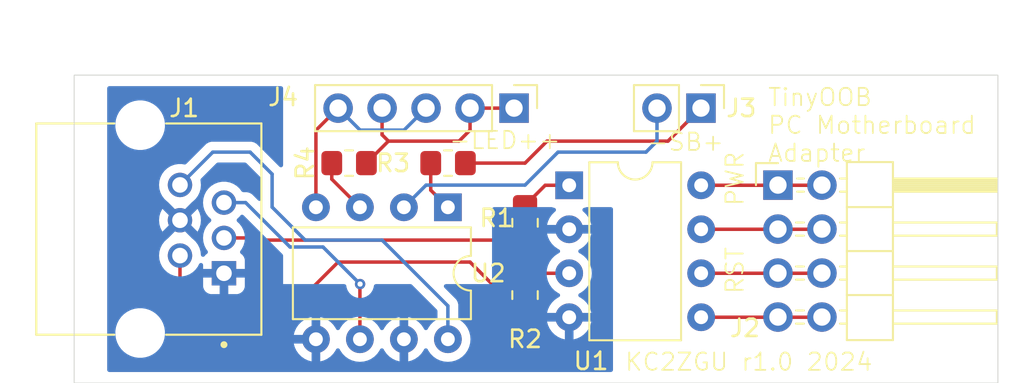
<source format=kicad_pcb>
(kicad_pcb (version 20240108) (generator "pcbnew") (generator_version "8.0")
  (layers (0 "F.Cu" signal) (31 "B.Cu" signal) (34 "B.Paste" user) (35 "F.Paste" user) (36 "B.SilkS" user "B.Silkscreen") (37 "F.SilkS" user "F.Silkscreen") (38 "B.Mask" user) (39 "F.Mask" user) (44 "Edge.Cuts" user))
  (net 0 "")
  (net 1 "Net-(J1-Pad2)")
  (net 2 "GND")
  (net 3 "Net-(J1-Pad5)")
  (net 4 "Net-(J1-Pad6)")
  (net 5 "Net-(J1-Pad3)")
  (net 6 "Net-(R1-Pad2)")
  (net 7 "Net-(R2-Pad2)")
  (net 8 "Net-(R3-Pad1)")
  (net 9 "Net-(R4-Pad1)")
  (net 10 "/RSW")
  (net 11 "/PSW")
  (net 12 "/RSWG")
  (net 13 "/PSWG")
  (net 14 "Net-(J4-Pin_1)")
  (net 15 "Net-(J4-Pin_3)")
  (net 16 "Net-(J3-Pin_2)")
  (net 17 "Net-(J3-Pin_1)")
  (footprint "Package_DIP:DIP-8_W7.62mm" (layer "F.Cu") (at 139.075 124.47)
    (property "Reference" "U1" (at 1.26 10.15 0) (layer "F.SilkS"))
    (property "Value" "PC827")
    (fp_line (start 1.16 -1.33) (end 1.16 8.95) (stroke (width 0.12)) (layer "F.SilkS"))
    (fp_line (start 1.16 8.95) (end 6.46 8.95) (stroke (width 0.12)) (layer "F.SilkS"))
    (fp_line (start 2.81 -1.33) (end 1.16 -1.33) (stroke (width 0.12)) (layer "F.SilkS"))
    (fp_line (start 6.46 -1.33) (end 4.81 -1.33) (stroke (width 0.12)) (layer "F.SilkS"))
    (fp_line (start 6.46 8.95) (end 6.46 -1.33) (stroke (width 0.12)) (layer "F.SilkS"))
    (fp_arc (start 4.81 -1.33) (mid 3.81 -0.33) (end 2.81 -1.33) (stroke (width 0.12)) (layer "F.SilkS"))
    (pad "1" thru_hole rect (at 0 0) (size 1.6 1.6) (drill 0.8) (layers "*.Cu" "*.Mask") (net 6 "Net-(R1-Pad2)"))
    (pad "2" thru_hole oval (at 0 2.54) (size 1.6 1.6) (drill 0.8) (layers "*.Cu" "*.Mask") (net 2 "GND"))
    (pad "3" thru_hole oval (at 0 5.08) (size 1.6 1.6) (drill 0.8) (layers "*.Cu" "*.Mask") (net 7 "Net-(R2-Pad2)"))
    (pad "4" thru_hole oval (at 0 7.62) (size 1.6 1.6) (drill 0.8) (layers "*.Cu" "*.Mask") (net 2 "GND"))
    (pad "5" thru_hole oval (at 7.62 7.62) (size 1.6 1.6) (drill 0.8) (layers "*.Cu" "*.Mask") (net 12 "/RSWG"))
    (pad "6" thru_hole oval (at 7.62 5.08) (size 1.6 1.6) (drill 0.8) (layers "*.Cu" "*.Mask") (net 10 "/RSW"))
    (pad "7" thru_hole oval (at 7.62 2.54) (size 1.6 1.6) (drill 0.8) (layers "*.Cu" "*.Mask") (net 13 "/PSWG"))
    (pad "8" thru_hole oval (at 7.62 0) (size 1.6 1.6) (drill 0.8) (layers "*.Cu" "*.Mask") (net 11 "/PSW"))
  )
  (footprint "Connector_PinHeader_2.54mm:PinHeader_1x02_P2.54mm_Vertical" (layer "F.Cu") (at 146.685 120.015 -90)
    (property "Reference" "J3" (at 0 -2.33 180) (layer "F.SilkS"))
    (property "Value" "Conn_01x02_Pin")
    (fp_line (start -1.33 3.87) (end 1.33 3.87) (stroke (width 0.12)) (layer "F.SilkS"))
    (fp_line (start -1.33 1.27) (end -1.33 3.87) (stroke (width 0.12)) (layer "F.SilkS"))
    (fp_line (start -1.33 1.27) (end 1.33 1.27) (stroke (width 0.12)) (layer "F.SilkS"))
    (fp_line (start 1.33 1.27) (end 1.33 3.87) (stroke (width 0.12)) (layer "F.SilkS"))
    (fp_line (start -1.33 0) (end -1.33 -1.33) (stroke (width 0.12)) (layer "F.SilkS"))
    (fp_line (start -1.33 -1.33) (end 0 -1.33) (stroke (width 0.12)) (layer "F.SilkS"))
    (pad "1" thru_hole rect (at 0 0 270) (size 1.7 1.7) (drill 1) (layers "*.Cu" "*.Mask") (net 17 "Net-(J3-Pin_1)"))
    (pad "2" thru_hole oval (at 0 2.54 270) (size 1.7 1.7) (drill 1) (layers "*.Cu" "*.Mask") (net 16 "Net-(J3-Pin_2)"))
  )
  (footprint "footprints:CUI_CRJ030-G-TH" (layer "F.Cu") (at 114.3 127 -90)
    (property "Reference" "J1" (at -6.985 -2.54 180) (layer "F.SilkS"))
    (property "Value" "6P6C")
    (fp_line (start -6.1 6) (end -6.1 1.5) (stroke (width 0.127)) (layer "F.SilkS"))
    (fp_line (start 6.1 6) (end -6.1 6) (stroke (width 0.127)) (layer "F.SilkS"))
    (fp_line (start 6.1 6) (end 6.1 1.5) (stroke (width 0.127)) (layer "F.SilkS"))
    (fp_line (start -6.1 -1.5) (end -6.1 -7) (stroke (width 0.127)) (layer "F.SilkS"))
    (fp_line (start 6.1 -1.5) (end 6.1 -7) (stroke (width 0.127)) (layer "F.SilkS"))
    (fp_line (start -6.1 -7) (end 6.1 -7) (stroke (width 0.127)) (layer "F.SilkS"))
    (fp_circle (center 6.675 -4.84) (end 6.775 -4.84) (stroke (width 0.2)) (fill none) (layer "F.SilkS"))
    (pad "" np_thru_hole circle (at -6 0 270) (size 2.36 2.36) (drill 2.36) (layers "*.Cu" "*.Mask"))
    (pad "" np_thru_hole circle (at 6 0 270) (size 2.36 2.36) (drill 2.36) (layers "*.Cu" "*.Mask"))
    (pad "1" thru_hole rect (at 2.55 -4.84 270) (size 1.408 1.408) (drill 0.9) (layers "*.Cu" "*.Mask") (net 2 "GND"))
    (pad "2" thru_hole circle (at 1.53 -2.3 270) (size 1.408 1.408) (drill 0.9) (layers "*.Cu" "*.Mask") (net 1 "Net-(J1-Pad2)"))
    (pad "3" thru_hole circle (at 0.51 -4.84 270) (size 1.408 1.408) (drill 0.9) (layers "*.Cu" "*.Mask") (net 5 "Net-(J1-Pad3)"))
    (pad "4" thru_hole circle (at -0.51 -2.3 270) (size 1.408 1.408) (drill 0.9) (layers "*.Cu" "*.Mask") (net 2 "GND"))
    (pad "5" thru_hole circle (at -1.53 -4.84 270) (size 1.408 1.408) (drill 0.9) (layers "*.Cu" "*.Mask") (net 3 "Net-(J1-Pad5)"))
    (pad "6" thru_hole circle (at -2.55 -2.3 270) (size 1.408 1.408) (drill 0.9) (layers "*.Cu" "*.Mask") (net 4 "Net-(J1-Pad6)"))
  )
  (footprint "Connector_PinHeader_2.54mm:PinHeader_1x05_P2.54mm_Vertical" (layer "F.Cu") (at 135.89 120.015 -90)
    (property "Reference" "J4" (at -0.635 13.335 180) (layer "F.SilkS"))
    (property "Value" "Conn_01x05_Pin")
    (fp_line (start -1.33 11.49) (end 1.33 11.49) (stroke (width 0.12)) (layer "F.SilkS"))
    (fp_line (start -1.33 1.27) (end -1.33 11.49) (stroke (width 0.12)) (layer "F.SilkS"))
    (fp_line (start -1.33 1.27) (end 1.33 1.27) (stroke (width 0.12)) (layer "F.SilkS"))
    (fp_line (start 1.33 1.27) (end 1.33 11.49) (stroke (width 0.12)) (layer "F.SilkS"))
    (fp_line (start -1.33 0) (end -1.33 -1.33) (stroke (width 0.12)) (layer "F.SilkS"))
    (fp_line (start -1.33 -1.33) (end 0 -1.33) (stroke (width 0.12)) (layer "F.SilkS"))
    (pad "1" thru_hole rect (at 0 0 270) (size 1.7 1.7) (drill 1) (layers "*.Cu" "*.Mask") (net 14 "Net-(J4-Pin_1)"))
    (pad "2" thru_hole oval (at 0 2.54 270) (size 1.7 1.7) (drill 1) (layers "*.Cu" "*.Mask") (net 14 "Net-(J4-Pin_1)"))
    (pad "3" thru_hole oval (at 0 5.08 270) (size 1.7 1.7) (drill 1) (layers "*.Cu" "*.Mask") (net 15 "Net-(J4-Pin_3)"))
    (pad "4" thru_hole oval (at 0 7.62 270) (size 1.7 1.7) (drill 1) (layers "*.Cu" "*.Mask") (net 14 "Net-(J4-Pin_1)"))
    (pad "5" thru_hole oval (at 0 10.16 270) (size 1.7 1.7) (drill 1) (layers "*.Cu" "*.Mask") (net 15 "Net-(J4-Pin_3)"))
  )
  (footprint "Package_DIP:DIP-8_W7.62mm" (layer "F.Cu") (at 132.07 125.74 -90)
    (property "Reference" "U2" (at 3.81 -2.33 180) (layer "F.SilkS"))
    (property "Value" "PC827")
    (fp_line (start 1.16 8.95) (end 6.46 8.95) (stroke (width 0.12)) (layer "F.SilkS"))
    (fp_line (start 6.46 8.95) (end 6.46 -1.33) (stroke (width 0.12)) (layer "F.SilkS"))
    (fp_line (start 1.16 -1.33) (end 1.16 8.95) (stroke (width 0.12)) (layer "F.SilkS"))
    (fp_line (start 2.81 -1.33) (end 1.16 -1.33) (stroke (width 0.12)) (layer "F.SilkS"))
    (fp_line (start 6.46 -1.33) (end 4.81 -1.33) (stroke (width 0.12)) (layer "F.SilkS"))
    (fp_arc (start 4.81 -1.33) (mid 3.81 -0.33) (end 2.81 -1.33) (stroke (width 0.12)) (layer "F.SilkS"))
    (pad "1" thru_hole rect (at 0 0 270) (size 1.6 1.6) (drill 0.8) (layers "*.Cu" "*.Mask") (net 8 "Net-(R3-Pad1)"))
    (pad "2" thru_hole oval (at 0 2.54 270) (size 1.6 1.6) (drill 0.8) (layers "*.Cu" "*.Mask") (net 16 "Net-(J3-Pin_2)"))
    (pad "3" thru_hole oval (at 0 5.08 270) (size 1.6 1.6) (drill 0.8) (layers "*.Cu" "*.Mask") (net 9 "Net-(R4-Pad1)"))
    (pad "4" thru_hole oval (at 0 7.62 270) (size 1.6 1.6) (drill 0.8) (layers "*.Cu" "*.Mask") (net 15 "Net-(J4-Pin_3)"))
    (pad "5" thru_hole oval (at 7.62 7.62 270) (size 1.6 1.6) (drill 0.8) (layers "*.Cu" "*.Mask") (net 2 "GND"))
    (pad "6" thru_hole oval (at 7.62 5.08 270) (size 1.6 1.6) (drill 0.8) (layers "*.Cu" "*.Mask") (net 3 "Net-(J1-Pad5)"))
    (pad "7" thru_hole oval (at 7.62 2.54 270) (size 1.6 1.6) (drill 0.8) (layers "*.Cu" "*.Mask") (net 2 "GND"))
    (pad "8" thru_hole oval (at 7.62 0 270) (size 1.6 1.6) (drill 0.8) (layers "*.Cu" "*.Mask") (net 4 "Net-(J1-Pad6)"))
  )
  (footprint "Resistor_SMD:R_0805_2012Metric_Pad1.20x1.40mm_HandSolder" (layer "F.Cu") (at 126.365 123.19)
    (property "Reference" "R4" (at -2.54 0 90) (layer "F.SilkS"))
    (property "Value" "R_US")
    (fp_line (start -0.227064 -0.735) (end 0.227064 -0.735) (stroke (width 0.12)) (layer "F.SilkS"))
    (fp_line (start -0.227064 0.735) (end 0.227064 0.735) (stroke (width 0.12)) (layer "F.SilkS"))
    (pad "1" smd roundrect (at -1 0) (size 1.2 1.4) (layers "F.Cu" "F.Paste" "F.Mask") (roundrect_rratio 0.208333) (net 9 "Net-(R4-Pad1)"))
    (pad "2" smd roundrect (at 1 0) (size 1.2 1.4) (layers "F.Cu" "F.Paste" "F.Mask") (roundrect_rratio 0.208333) (net 14 "Net-(J4-Pin_1)"))
  )
  (footprint "Connector_PinHeader_2.54mm:PinHeader_2x04_P2.54mm_Horizontal" (layer "F.Cu") (at 151.13 124.46)
    (property "Reference" "J2" (at -1.905 8.255 0) (layer "F.SilkS"))
    (property "Value" "Conn_02x04_Odd_Even")
    (fp_line (start -1.27 -1.27) (end 0 -1.27) (stroke (width 0.12)) (layer "F.SilkS"))
    (fp_line (start -1.27 0) (end -1.27 -1.27) (stroke (width 0.12)) (layer "F.SilkS"))
    (fp_line (start 1.042929 2.16) (end 1.497071 2.16) (stroke (width 0.12)) (layer "F.SilkS"))
    (fp_line (start 1.042929 2.92) (end 1.497071 2.92) (stroke (width 0.12)) (layer "F.SilkS"))
    (fp_line (start 1.042929 4.7) (end 1.497071 4.7) (stroke (width 0.12)) (layer "F.SilkS"))
    (fp_line (start 1.042929 5.46) (end 1.497071 5.46) (stroke (width 0.12)) (layer "F.SilkS"))
    (fp_line (start 1.042929 7.24) (end 1.497071 7.24) (stroke (width 0.12)) (layer "F.SilkS"))
    (fp_line (start 1.042929 8) (end 1.497071 8) (stroke (width 0.12)) (layer "F.SilkS"))
    (fp_line (start 1.11 -0.38) (end 1.497071 -0.38) (stroke (width 0.12)) (layer "F.SilkS"))
    (fp_line (start 1.11 0.38) (end 1.497071 0.38) (stroke (width 0.12)) (layer "F.SilkS"))
    (fp_line (start 3.582929 -0.38) (end 3.98 -0.38) (stroke (width 0.12)) (layer "F.SilkS"))
    (fp_line (start 3.582929 0.38) (end 3.98 0.38) (stroke (width 0.12)) (layer "F.SilkS"))
    (fp_line (start 3.582929 2.16) (end 3.98 2.16) (stroke (width 0.12)) (layer "F.SilkS"))
    (fp_line (start 3.582929 2.92) (end 3.98 2.92) (stroke (width 0.12)) (layer "F.SilkS"))
    (fp_line (start 3.582929 4.7) (end 3.98 4.7) (stroke (width 0.12)) (layer "F.SilkS"))
    (fp_line (start 3.582929 5.46) (end 3.98 5.46) (stroke (width 0.12)) (layer "F.SilkS"))
    (fp_line (start 3.582929 7.24) (end 3.98 7.24) (stroke (width 0.12)) (layer "F.SilkS"))
    (fp_line (start 3.582929 8) (end 3.98 8) (stroke (width 0.12)) (layer "F.SilkS"))
    (fp_line (start 3.98 -1.33) (end 3.98 8.95) (stroke (width 0.12)) (layer "F.SilkS"))
    (fp_line (start 3.98 1.27) (end 6.64 1.27) (stroke (width 0.12)) (layer "F.SilkS"))
    (fp_line (start 3.98 3.81) (end 6.64 3.81) (stroke (width 0.12)) (layer "F.SilkS"))
    (fp_line (start 3.98 6.35) (end 6.64 6.35) (stroke (width 0.12)) (layer "F.SilkS"))
    (fp_line (start 3.98 8.95) (end 6.64 8.95) (stroke (width 0.12)) (layer "F.SilkS"))
    (fp_line (start 6.64 -1.33) (end 3.98 -1.33) (stroke (width 0.12)) (layer "F.SilkS"))
    (fp_line (start 6.64 -0.38) (end 12.64 -0.38) (stroke (width 0.12)) (layer "F.SilkS"))
    (fp_line (start 6.64 -0.32) (end 12.64 -0.32) (stroke (width 0.12)) (layer "F.SilkS"))
    (fp_line (start 6.64 -0.2) (end 12.64 -0.2) (stroke (width 0.12)) (layer "F.SilkS"))
    (fp_line (start 6.64 -0.08) (end 12.64 -0.08) (stroke (width 0.12)) (layer "F.SilkS"))
    (fp_line (start 6.64 0.04) (end 12.64 0.04) (stroke (width 0.12)) (layer "F.SilkS"))
    (fp_line (start 6.64 0.16) (end 12.64 0.16) (stroke (width 0.12)) (layer "F.SilkS"))
    (fp_line (start 6.64 0.28) (end 12.64 0.28) (stroke (width 0.12)) (layer "F.SilkS"))
    (fp_line (start 6.64 2.16) (end 12.64 2.16) (stroke (width 0.12)) (layer "F.SilkS"))
    (fp_line (start 6.64 4.7) (end 12.64 4.7) (stroke (width 0.12)) (layer "F.SilkS"))
    (fp_line (start 6.64 7.24) (end 12.64 7.24) (stroke (width 0.12)) (layer "F.SilkS"))
    (fp_line (start 6.64 8.95) (end 6.64 -1.33) (stroke (width 0.12)) (layer "F.SilkS"))
    (fp_line (start 12.64 -0.38) (end 12.64 0.38) (stroke (width 0.12)) (layer "F.SilkS"))
    (fp_line (start 12.64 0.38) (end 6.64 0.38) (stroke (width 0.12)) (layer "F.SilkS"))
    (fp_line (start 12.64 2.16) (end 12.64 2.92) (stroke (width 0.12)) (layer "F.SilkS"))
    (fp_line (start 12.64 2.92) (end 6.64 2.92) (stroke (width 0.12)) (layer "F.SilkS"))
    (fp_line (start 12.64 4.7) (end 12.64 5.46) (stroke (width 0.12)) (layer "F.SilkS"))
    (fp_line (start 12.64 5.46) (end 6.64 5.46) (stroke (width 0.12)) (layer "F.SilkS"))
    (fp_line (start 12.64 7.24) (end 12.64 8) (stroke (width 0.12)) (layer "F.SilkS"))
    (fp_line (start 12.64 8) (end 6.64 8) (stroke (width 0.12)) (layer "F.SilkS"))
    (pad "1" thru_hole rect (at 0 0) (size 1.7 1.7) (drill 1) (layers "*.Cu" "*.Mask") (net 11 "/PSW"))
    (pad "2" thru_hole oval (at 2.54 0) (size 1.7 1.7) (drill 1) (layers "*.Cu" "*.Mask") (net 11 "/PSW"))
    (pad "3" thru_hole oval (at 0 2.54) (size 1.7 1.7) (drill 1) (layers "*.Cu" "*.Mask") (net 13 "/PSWG"))
    (pad "4" thru_hole oval (at 2.54 2.54) (size 1.7 1.7) (drill 1) (layers "*.Cu" "*.Mask") (net 13 "/PSWG"))
    (pad "5" thru_hole oval (at 0 5.08) (size 1.7 1.7) (drill 1) (layers "*.Cu" "*.Mask") (net 10 "/RSW"))
    (pad "6" thru_hole oval (at 2.54 5.08) (size 1.7 1.7) (drill 1) (layers "*.Cu" "*.Mask") (net 10 "/RSW"))
    (pad "7" thru_hole oval (at 0 7.62) (size 1.7 1.7) (drill 1) (layers "*.Cu" "*.Mask") (net 12 "/RSWG"))
    (pad "8" thru_hole oval (at 2.54 7.62) (size 1.7 1.7) (drill 1) (layers "*.Cu" "*.Mask") (net 12 "/RSWG"))
  )
  (footprint "Resistor_SMD:R_0805_2012Metric_Pad1.20x1.40mm_HandSolder" (layer "F.Cu") (at 136.525 130.81 90)
    (property "Reference" "R2" (at -2.54 0 0) (layer "F.SilkS"))
    (property "Value" "R_US")
    (fp_line (start -0.227064 -0.735) (end 0.227064 -0.735) (stroke (width 0.12)) (layer "F.SilkS"))
    (fp_line (start -0.227064 0.735) (end 0.227064 0.735) (stroke (width 0.12)) (layer "F.SilkS"))
    (pad "1" smd roundrect (at -1 0 90) (size 1.2 1.4) (layers "F.Cu" "F.Paste" "F.Mask") (roundrect_rratio 0.208333) (net 1 "Net-(J1-Pad2)"))
    (pad "2" smd roundrect (at 1 0 90) (size 1.2 1.4) (layers "F.Cu" "F.Paste" "F.Mask") (roundrect_rratio 0.208333) (net 7 "Net-(R2-Pad2)"))
  )
  (footprint "Resistor_SMD:R_0805_2012Metric_Pad1.20x1.40mm_HandSolder" (layer "F.Cu") (at 136.525 126.635 90)
    (property "Reference" "R1" (at 0.27 -1.65 0) (layer "F.SilkS"))
    (property "Value" "R_US")
    (fp_line (start -0.227064 -0.735) (end 0.227064 -0.735) (stroke (width 0.12)) (layer "F.SilkS"))
    (fp_line (start -0.227064 0.735) (end 0.227064 0.735) (stroke (width 0.12)) (layer "F.SilkS"))
    (pad "1" smd roundrect (at -1 0 90) (size 1.2 1.4) (layers "F.Cu" "F.Paste" "F.Mask") (roundrect_rratio 0.208333) (net 5 "Net-(J1-Pad3)"))
    (pad "2" smd roundrect (at 1 0 90) (size 1.2 1.4) (layers "F.Cu" "F.Paste" "F.Mask") (roundrect_rratio 0.208333) (net 6 "Net-(R1-Pad2)"))
  )
  (footprint "Resistor_SMD:R_0805_2012Metric_Pad1.20x1.40mm_HandSolder" (layer "F.Cu") (at 132.08 123.19)
    (property "Reference" "R3" (at -3.175 0 0) (layer "F.SilkS"))
    (property "Value" "R_US")
    (fp_line (start -0.227064 -0.735) (end 0.227064 -0.735) (stroke (width 0.12)) (layer "F.SilkS"))
    (fp_line (start -0.227064 0.735) (end 0.227064 0.735) (stroke (width 0.12)) (layer "F.SilkS"))
    (pad "1" smd roundrect (at -1 0) (size 1.2 1.4) (layers "F.Cu" "F.Paste" "F.Mask") (roundrect_rratio 0.208333) (net 8 "Net-(R3-Pad1)"))
    (pad "2" smd roundrect (at 1 0) (size 1.2 1.4) (layers "F.Cu" "F.Paste" "F.Mask") (roundrect_rratio 0.208333) (net 17 "Net-(J3-Pin_1)"))
  )
  (gr_rect (start 110.49 118.11) (end 163.83 135.89) (stroke (width 0.05)) (fill none) (layer "Edge.Cuts"))
  (gr_text "-LED++" (at 132.08 122.455 0) (layer "F.SilkS") (effects (font (size 1 1) (thickness 0.1)) (justify left bottom)))
  (gr_text "KC2ZGU r1.0 2024" (at 142.24 135.255 0) (layer "F.SilkS") (effects (font (size 1 1) (thickness 0.1)) (justify left bottom)))
  (gr_text "PWR" (at 149.225 125.73 90) (layer "F.SilkS") (effects (font (size 1 1) (thickness 0.1)) (justify left bottom)))
  (gr_text "TinyOOB\nPC Motherboard\nAdapter" (at 150.495 123.19 0) (layer "F.SilkS") (effects (font (size 1 1) (thickness 0.1)) (justify left bottom)))
  (gr_text "RST" (at 149.225 130.81 90) (layer "F.SilkS") (effects (font (size 1 1) (thickness 0.1)) (justify left bottom)))
  (gr_text "-SB+" (at 143.51 122.555 0) (layer "F.SilkS") (effects (font (size 1 1) (thickness 0.1)) (justify left bottom)))
  (segment (start 123.19 131.445) (end 125.73 128.905) (width 0.2) (layer "F.Cu") (net 1))
  (segment (start 116.6 128.53) (end 116.6 129.935) (width 0.2) (layer "F.Cu") (net 1))
  (segment (start 135.525 130.81) (end 136.525 131.81) (width 0.2) (layer "F.Cu") (net 1))
  (segment (start 125.73 128.905) (end 133.35 128.905) (width 0.2) (layer "F.Cu") (net 1))
  (segment (start 118.11 131.445) (end 123.19 131.445) (width 0.2) (layer "F.Cu") (net 1))
  (segment (start 116.6 129.935) (end 118.11 131.445) (width 0.2) (layer "F.Cu") (net 1))
  (segment (start 133.35 128.905) (end 135.255 130.81) (width 0.2) (layer "F.Cu") (net 1))
  (segment (start 135.255 130.81) (end 135.525 130.81) (width 0.2) (layer "F.Cu") (net 1))
  (segment (start 126.99 130.185) (end 127 130.175) (width 0.2) (layer "F.Cu") (net 3))
  (segment (start 126.99 133.36) (end 126.99 130.185) (width 0.2) (layer "F.Cu") (net 3))
  (via (at 127 130.175) (size 0.6) (drill 0.3) (layers "F.Cu" "B.Cu") (net 3))
  (segment (start 127 130.175) (end 124.86 128.035) (width 0.2) (layer "B.Cu") (net 3))
  (segment (start 122.955 128.035) (end 120.39 125.47) (width 0.2) (layer "B.Cu") (net 3))
  (segment (start 120.39 125.47) (end 119.14 125.47) (width 0.2) (layer "B.Cu") (net 3))
  (segment (start 124.86 128.035) (end 122.955 128.035) (width 0.2) (layer "B.Cu") (net 3))
  (segment (start 120.65 122.555) (end 118.495 122.555) (width 0.2) (layer "B.Cu") (net 4))
  (segment (start 118.495 122.555) (end 116.6 124.45) (width 0.2) (layer "B.Cu") (net 4))
  (segment (start 132.07 133.36) (end 132.07 131.435) (width 0.2) (layer "B.Cu") (net 4))
  (segment (start 128.27 127.635) (end 123.825 127.635) (width 0.2) (layer "B.Cu") (net 4))
  (segment (start 121.92 125.73) (end 121.92 123.825) (width 0.2) (layer "B.Cu") (net 4))
  (segment (start 132.07 131.435) (end 128.27 127.635) (width 0.2) (layer "B.Cu") (net 4))
  (segment (start 123.825 127.635) (end 121.92 125.73) (width 0.2) (layer "B.Cu") (net 4))
  (segment (start 121.92 123.825) (end 120.65 122.555) (width 0.2) (layer "B.Cu") (net 4))
  (segment (start 121.16 127.51) (end 119.14 127.51) (width 0.2) (layer "F.Cu") (net 5))
  (segment (start 121.285 127.635) (end 121.16 127.51) (width 0.2) (layer "F.Cu") (net 5))
  (segment (start 136.525 127.635) (end 121.285 127.635) (width 0.2) (layer "F.Cu") (net 5))
  (segment (start 139.075 124.47) (end 137.69 124.47) (width 0.2) (layer "F.Cu") (net 6))
  (segment (start 137.69 124.47) (end 136.525 125.635) (width 0.2) (layer "F.Cu") (net 6))
  (segment (start 136.785 129.55) (end 136.525 129.81) (width 0.2) (layer "F.Cu") (net 7))
  (segment (start 139.075 129.55) (end 136.785 129.55) (width 0.2) (layer "F.Cu") (net 7))
  (segment (start 131.08 124.75) (end 132.07 125.74) (width 0.2) (layer "F.Cu") (net 8))
  (segment (start 131.08 123.19) (end 131.08 124.75) (width 0.2) (layer "F.Cu") (net 8))
  (segment (start 132.445 125.365) (end 132.07 125.74) (width 0.2) (layer "F.Cu") (net 8))
  (segment (start 125.365 124.115) (end 126.99 125.74) (width 0.2) (layer "F.Cu") (net 9))
  (segment (start 125.365 123.19) (end 125.365 124.115) (width 0.2) (layer "F.Cu") (net 9))
  (segment (start 146.695 129.55) (end 153.66 129.55) (width 0.2) (layer "F.Cu") (net 10))
  (segment (start 153.66 129.55) (end 153.67 129.54) (width 0.2) (layer "F.Cu") (net 10))
  (segment (start 153.66 124.47) (end 153.67 124.46) (width 0.2) (layer "F.Cu") (net 11))
  (segment (start 146.695 124.47) (end 153.66 124.47) (width 0.2) (layer "F.Cu") (net 11))
  (segment (start 153.66 132.09) (end 153.67 132.08) (width 0.2) (layer "F.Cu") (net 12))
  (segment (start 146.695 132.09) (end 153.66 132.09) (width 0.2) (layer "F.Cu") (net 12))
  (segment (start 153.66 127.01) (end 153.67 127) (width 0.2) (layer "F.Cu") (net 13))
  (segment (start 146.695 127.01) (end 153.66 127.01) (width 0.2) (layer "F.Cu") (net 13))
  (segment (start 132.715 121.92) (end 128.635 121.92) (width 0.2) (layer "F.Cu") (net 14))
  (segment (start 133.35 121.285) (end 132.715 121.92) (width 0.2) (layer "F.Cu") (net 14))
  (segment (start 128.635 121.92) (end 127.365 123.19) (width 0.2) (layer "F.Cu") (net 14))
  (segment (start 135.89 120.015) (end 133.35 120.015) (width 0.2) (layer "F.Cu") (net 14))
  (segment (start 128.27 121.555) (end 128.635 121.92) (width 0.2) (layer "F.Cu") (net 14))
  (segment (start 128.27 120.015) (end 128.27 121.555) (width 0.2) (layer "F.Cu") (net 14))
  (segment (start 133.35 120.015) (end 133.35 121.285) (width 0.2) (layer "F.Cu") (net 14))
  (segment (start 124.45 121.295) (end 125.73 120.015) (width 0.2) (layer "F.Cu") (net 15))
  (segment (start 124.45 125.74) (end 124.45 121.295) (width 0.2) (layer "F.Cu") (net 15))
  (segment (start 130.81 120.015) (end 129.54 121.285) (width 0.2) (layer "B.Cu") (net 15))
  (segment (start 129.54 121.285) (end 127 121.285) (width 0.2) (layer "B.Cu") (net 15))
  (segment (start 127 121.285) (end 125.73 120.015) (width 0.2) (layer "B.Cu") (net 15))
  (segment (start 138.43 122.555) (end 143.51 122.555) (width 0.2) (layer "B.Cu") (net 16))
  (segment (start 130.81 124.46) (end 136.525 124.46) (width 0.2) (layer "B.Cu") (net 16))
  (segment (start 144.145 121.92) (end 144.145 120.015) (width 0.2) (layer "B.Cu") (net 16))
  (segment (start 143.51 122.555) (end 144.145 121.92) (width 0.2) (layer "B.Cu") (net 16))
  (segment (start 129.53 125.74) (end 130.81 124.46) (width 0.2) (layer "B.Cu") (net 16))
  (segment (start 136.525 124.46) (end 138.43 122.555) (width 0.2) (layer "B.Cu") (net 16))
  (segment (start 137.795 121.92) (end 144.78 121.92) (width 0.2) (layer "F.Cu") (net 17))
  (segment (start 144.78 121.92) (end 146.685 120.015) (width 0.2) (layer "F.Cu") (net 17))
  (segment (start 133.08 123.19) (end 136.525 123.19) (width 0.2) (layer "F.Cu") (net 17))
  (segment (start 136.525 123.19) (end 137.795 121.92) (width 0.2) (layer "F.Cu") (net 17))
  (zone (net 2) (net_name "GND") (layer "B.Cu") (connect_pads (clearance 0.5)) (min_thickness 0.25) (fill yes (thermal_gap 0.5) (thermal_bridge_width 0.5))
    (polygon (pts (xy 112.395 135.255) (xy 112.395 118.745) (xy 122.555 118.745) (xy 122.555 130.175) (xy 134.62 130.175) (xy 134.62 125.73) (xy 141.605 125.73) (xy 141.605 135.255)))
  )
)
</source>
